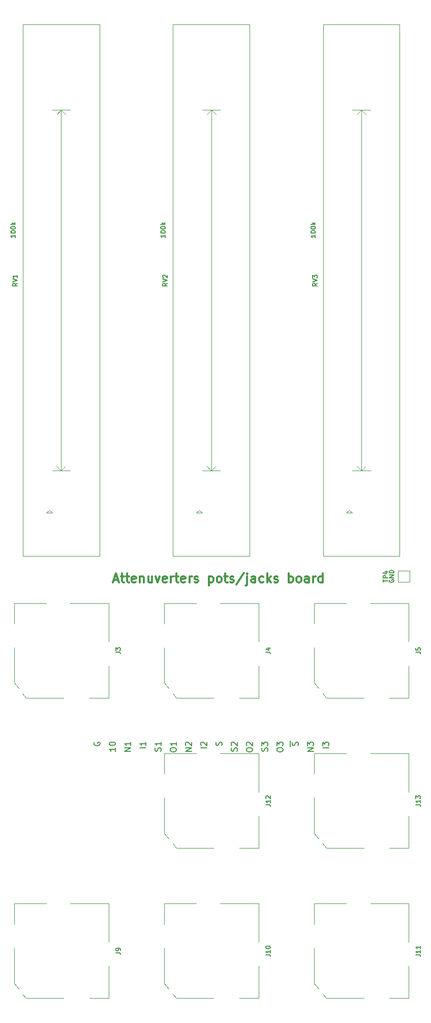
<source format=gto>
G04 #@! TF.GenerationSoftware,KiCad,Pcbnew,6.0.2-378541a8eb~116~ubuntu20.04.1*
G04 #@! TF.CreationDate,2022-03-12T17:00:33-05:00*
G04 #@! TF.ProjectId,attenuverters_b2,61747465-6e75-4766-9572-746572735f62,rev?*
G04 #@! TF.SameCoordinates,Original*
G04 #@! TF.FileFunction,Legend,Top*
G04 #@! TF.FilePolarity,Positive*
%FSLAX46Y46*%
G04 Gerber Fmt 4.6, Leading zero omitted, Abs format (unit mm)*
G04 Created by KiCad (PCBNEW 6.0.2-378541a8eb~116~ubuntu20.04.1) date 2022-03-12 17:00:33*
%MOMM*%
%LPD*%
G01*
G04 APERTURE LIST*
%ADD10C,0.150000*%
%ADD11C,0.300000*%
%ADD12C,0.120000*%
G04 APERTURE END LIST*
D10*
X169552379Y-138692973D02*
X168552379Y-138692973D01*
X168552379Y-138312020D02*
X168552379Y-137692973D01*
X168933332Y-138026306D01*
X168933332Y-137883449D01*
X168980951Y-137788211D01*
X169028570Y-137740592D01*
X169123808Y-137692973D01*
X169361903Y-137692973D01*
X169457141Y-137740592D01*
X169504760Y-137788211D01*
X169552379Y-137883449D01*
X169552379Y-138169163D01*
X169504760Y-138264401D01*
X169457141Y-138312020D01*
X141564760Y-139216782D02*
X141612379Y-139073925D01*
X141612379Y-138835830D01*
X141564760Y-138740592D01*
X141517141Y-138692973D01*
X141421903Y-138645354D01*
X141326665Y-138645354D01*
X141231427Y-138692973D01*
X141183808Y-138740592D01*
X141136189Y-138835830D01*
X141088570Y-139026306D01*
X141040951Y-139121544D01*
X140993332Y-139169163D01*
X140898094Y-139216782D01*
X140802856Y-139216782D01*
X140707618Y-139169163D01*
X140659999Y-139121544D01*
X140612379Y-139026306D01*
X140612379Y-138788211D01*
X140659999Y-138645354D01*
X141612379Y-137692973D02*
X141612379Y-138264401D01*
X141612379Y-137978687D02*
X140612379Y-137978687D01*
X140755237Y-138073925D01*
X140850475Y-138169163D01*
X140898094Y-138264401D01*
X136532379Y-139264401D02*
X135532379Y-139264401D01*
X136532379Y-138692973D01*
X135532379Y-138692973D01*
X136532379Y-137692973D02*
X136532379Y-138264401D01*
X136532379Y-137978687D02*
X135532379Y-137978687D01*
X135675237Y-138073925D01*
X135770475Y-138169163D01*
X135818094Y-138264401D01*
D11*
X133771427Y-110689997D02*
X134485713Y-110689997D01*
X133628570Y-111118568D02*
X134128570Y-109618568D01*
X134628570Y-111118568D01*
X134914284Y-110118568D02*
X135485713Y-110118568D01*
X135128570Y-109618568D02*
X135128570Y-110904282D01*
X135199999Y-111047139D01*
X135342856Y-111118568D01*
X135485713Y-111118568D01*
X135771427Y-110118568D02*
X136342856Y-110118568D01*
X135985713Y-109618568D02*
X135985713Y-110904282D01*
X136057141Y-111047139D01*
X136199999Y-111118568D01*
X136342856Y-111118568D01*
X137414284Y-111047139D02*
X137271427Y-111118568D01*
X136985713Y-111118568D01*
X136842856Y-111047139D01*
X136771427Y-110904282D01*
X136771427Y-110332854D01*
X136842856Y-110189997D01*
X136985713Y-110118568D01*
X137271427Y-110118568D01*
X137414284Y-110189997D01*
X137485713Y-110332854D01*
X137485713Y-110475711D01*
X136771427Y-110618568D01*
X138128570Y-110118568D02*
X138128570Y-111118568D01*
X138128570Y-110261425D02*
X138199999Y-110189997D01*
X138342856Y-110118568D01*
X138557141Y-110118568D01*
X138699999Y-110189997D01*
X138771427Y-110332854D01*
X138771427Y-111118568D01*
X140128570Y-110118568D02*
X140128570Y-111118568D01*
X139485713Y-110118568D02*
X139485713Y-110904282D01*
X139557141Y-111047139D01*
X139699999Y-111118568D01*
X139914284Y-111118568D01*
X140057141Y-111047139D01*
X140128570Y-110975711D01*
X140699999Y-110118568D02*
X141057141Y-111118568D01*
X141414284Y-110118568D01*
X142557141Y-111047139D02*
X142414284Y-111118568D01*
X142128570Y-111118568D01*
X141985713Y-111047139D01*
X141914284Y-110904282D01*
X141914284Y-110332854D01*
X141985713Y-110189997D01*
X142128570Y-110118568D01*
X142414284Y-110118568D01*
X142557141Y-110189997D01*
X142628570Y-110332854D01*
X142628570Y-110475711D01*
X141914284Y-110618568D01*
X143271427Y-111118568D02*
X143271427Y-110118568D01*
X143271427Y-110404282D02*
X143342856Y-110261425D01*
X143414284Y-110189997D01*
X143557141Y-110118568D01*
X143699999Y-110118568D01*
X143985713Y-110118568D02*
X144557141Y-110118568D01*
X144199999Y-109618568D02*
X144199999Y-110904282D01*
X144271427Y-111047139D01*
X144414284Y-111118568D01*
X144557141Y-111118568D01*
X145628570Y-111047139D02*
X145485713Y-111118568D01*
X145199999Y-111118568D01*
X145057141Y-111047139D01*
X144985713Y-110904282D01*
X144985713Y-110332854D01*
X145057141Y-110189997D01*
X145199999Y-110118568D01*
X145485713Y-110118568D01*
X145628570Y-110189997D01*
X145699999Y-110332854D01*
X145699999Y-110475711D01*
X144985713Y-110618568D01*
X146342856Y-111118568D02*
X146342856Y-110118568D01*
X146342856Y-110404282D02*
X146414284Y-110261425D01*
X146485713Y-110189997D01*
X146628570Y-110118568D01*
X146771427Y-110118568D01*
X147199999Y-111047139D02*
X147342856Y-111118568D01*
X147628570Y-111118568D01*
X147771427Y-111047139D01*
X147842856Y-110904282D01*
X147842856Y-110832854D01*
X147771427Y-110689997D01*
X147628570Y-110618568D01*
X147414284Y-110618568D01*
X147271427Y-110547139D01*
X147199999Y-110404282D01*
X147199999Y-110332854D01*
X147271427Y-110189997D01*
X147414284Y-110118568D01*
X147628570Y-110118568D01*
X147771427Y-110189997D01*
X149628570Y-110118568D02*
X149628570Y-111618568D01*
X149628570Y-110189997D02*
X149771427Y-110118568D01*
X150057141Y-110118568D01*
X150199999Y-110189997D01*
X150271427Y-110261425D01*
X150342856Y-110404282D01*
X150342856Y-110832854D01*
X150271427Y-110975711D01*
X150199999Y-111047139D01*
X150057141Y-111118568D01*
X149771427Y-111118568D01*
X149628570Y-111047139D01*
X151199999Y-111118568D02*
X151057141Y-111047139D01*
X150985713Y-110975711D01*
X150914284Y-110832854D01*
X150914284Y-110404282D01*
X150985713Y-110261425D01*
X151057141Y-110189997D01*
X151199999Y-110118568D01*
X151414284Y-110118568D01*
X151557141Y-110189997D01*
X151628570Y-110261425D01*
X151699999Y-110404282D01*
X151699999Y-110832854D01*
X151628570Y-110975711D01*
X151557141Y-111047139D01*
X151414284Y-111118568D01*
X151199999Y-111118568D01*
X152128570Y-110118568D02*
X152699999Y-110118568D01*
X152342856Y-109618568D02*
X152342856Y-110904282D01*
X152414284Y-111047139D01*
X152557141Y-111118568D01*
X152699999Y-111118568D01*
X153128570Y-111047139D02*
X153271427Y-111118568D01*
X153557141Y-111118568D01*
X153699999Y-111047139D01*
X153771427Y-110904282D01*
X153771427Y-110832854D01*
X153699999Y-110689997D01*
X153557141Y-110618568D01*
X153342856Y-110618568D01*
X153199999Y-110547139D01*
X153128570Y-110404282D01*
X153128570Y-110332854D01*
X153199999Y-110189997D01*
X153342856Y-110118568D01*
X153557141Y-110118568D01*
X153699999Y-110189997D01*
X155485713Y-109547139D02*
X154199999Y-111475711D01*
X155985713Y-110118568D02*
X155985713Y-111404282D01*
X155914284Y-111547139D01*
X155771427Y-111618568D01*
X155699999Y-111618568D01*
X155985713Y-109618568D02*
X155914284Y-109689997D01*
X155985713Y-109761425D01*
X156057141Y-109689997D01*
X155985713Y-109618568D01*
X155985713Y-109761425D01*
X157342856Y-111118568D02*
X157342856Y-110332854D01*
X157271427Y-110189997D01*
X157128570Y-110118568D01*
X156842856Y-110118568D01*
X156699999Y-110189997D01*
X157342856Y-111047139D02*
X157199999Y-111118568D01*
X156842856Y-111118568D01*
X156699999Y-111047139D01*
X156628570Y-110904282D01*
X156628570Y-110761425D01*
X156699999Y-110618568D01*
X156842856Y-110547139D01*
X157199999Y-110547139D01*
X157342856Y-110475711D01*
X158699999Y-111047139D02*
X158557141Y-111118568D01*
X158271427Y-111118568D01*
X158128570Y-111047139D01*
X158057141Y-110975711D01*
X157985713Y-110832854D01*
X157985713Y-110404282D01*
X158057141Y-110261425D01*
X158128570Y-110189997D01*
X158271427Y-110118568D01*
X158557141Y-110118568D01*
X158699999Y-110189997D01*
X159342856Y-111118568D02*
X159342856Y-109618568D01*
X159485713Y-110547139D02*
X159914284Y-111118568D01*
X159914284Y-110118568D02*
X159342856Y-110689997D01*
X160485713Y-111047139D02*
X160628570Y-111118568D01*
X160914284Y-111118568D01*
X161057141Y-111047139D01*
X161128570Y-110904282D01*
X161128570Y-110832854D01*
X161057141Y-110689997D01*
X160914284Y-110618568D01*
X160699999Y-110618568D01*
X160557141Y-110547139D01*
X160485713Y-110404282D01*
X160485713Y-110332854D01*
X160557141Y-110189997D01*
X160699999Y-110118568D01*
X160914284Y-110118568D01*
X161057141Y-110189997D01*
X162914284Y-111118568D02*
X162914284Y-109618568D01*
X162914284Y-110189997D02*
X163057141Y-110118568D01*
X163342856Y-110118568D01*
X163485713Y-110189997D01*
X163557141Y-110261425D01*
X163628570Y-110404282D01*
X163628570Y-110832854D01*
X163557141Y-110975711D01*
X163485713Y-111047139D01*
X163342856Y-111118568D01*
X163057141Y-111118568D01*
X162914284Y-111047139D01*
X164485713Y-111118568D02*
X164342856Y-111047139D01*
X164271427Y-110975711D01*
X164199999Y-110832854D01*
X164199999Y-110404282D01*
X164271427Y-110261425D01*
X164342856Y-110189997D01*
X164485713Y-110118568D01*
X164699999Y-110118568D01*
X164842856Y-110189997D01*
X164914284Y-110261425D01*
X164985713Y-110404282D01*
X164985713Y-110832854D01*
X164914284Y-110975711D01*
X164842856Y-111047139D01*
X164699999Y-111118568D01*
X164485713Y-111118568D01*
X166271427Y-111118568D02*
X166271427Y-110332854D01*
X166199999Y-110189997D01*
X166057141Y-110118568D01*
X165771427Y-110118568D01*
X165628570Y-110189997D01*
X166271427Y-111047139D02*
X166128570Y-111118568D01*
X165771427Y-111118568D01*
X165628570Y-111047139D01*
X165557141Y-110904282D01*
X165557141Y-110761425D01*
X165628570Y-110618568D01*
X165771427Y-110547139D01*
X166128570Y-110547139D01*
X166271427Y-110475711D01*
X166985713Y-111118568D02*
X166985713Y-110118568D01*
X166985713Y-110404282D02*
X167057141Y-110261425D01*
X167128570Y-110189997D01*
X167271427Y-110118568D01*
X167414284Y-110118568D01*
X168557141Y-111118568D02*
X168557141Y-109618568D01*
X168557141Y-111047139D02*
X168414284Y-111118568D01*
X168128570Y-111118568D01*
X167985713Y-111047139D01*
X167914284Y-110975711D01*
X167842856Y-110832854D01*
X167842856Y-110404282D01*
X167914284Y-110261425D01*
X167985713Y-110189997D01*
X168128570Y-110118568D01*
X168414284Y-110118568D01*
X168557141Y-110189997D01*
D10*
X154264760Y-139216782D02*
X154312379Y-139073925D01*
X154312379Y-138835830D01*
X154264760Y-138740592D01*
X154217141Y-138692973D01*
X154121903Y-138645354D01*
X154026665Y-138645354D01*
X153931427Y-138692973D01*
X153883808Y-138740592D01*
X153836189Y-138835830D01*
X153788570Y-139026306D01*
X153740951Y-139121544D01*
X153693332Y-139169163D01*
X153598094Y-139216782D01*
X153502856Y-139216782D01*
X153407618Y-139169163D01*
X153359999Y-139121544D01*
X153312379Y-139026306D01*
X153312379Y-138788211D01*
X153359999Y-138645354D01*
X153407618Y-138264401D02*
X153359999Y-138216782D01*
X153312379Y-138121544D01*
X153312379Y-137883449D01*
X153359999Y-137788211D01*
X153407618Y-137740592D01*
X153502856Y-137692973D01*
X153598094Y-137692973D01*
X153740951Y-137740592D01*
X154312379Y-138312020D01*
X154312379Y-137692973D01*
X143152379Y-139073925D02*
X143152379Y-138883449D01*
X143199999Y-138788211D01*
X143295237Y-138692973D01*
X143485713Y-138645354D01*
X143819046Y-138645354D01*
X144009522Y-138692973D01*
X144104760Y-138788211D01*
X144152379Y-138883449D01*
X144152379Y-139073925D01*
X144104760Y-139169163D01*
X144009522Y-139264401D01*
X143819046Y-139312020D01*
X143485713Y-139312020D01*
X143295237Y-139264401D01*
X143199999Y-139169163D01*
X143152379Y-139073925D01*
X144152379Y-137692973D02*
X144152379Y-138264401D01*
X144152379Y-137978687D02*
X143152379Y-137978687D01*
X143295237Y-138073925D01*
X143390475Y-138169163D01*
X143438094Y-138264401D01*
X149232379Y-138692973D02*
X148232379Y-138692973D01*
X148327618Y-138264401D02*
X148279999Y-138216782D01*
X148232379Y-138121544D01*
X148232379Y-137883449D01*
X148279999Y-137788211D01*
X148327618Y-137740592D01*
X148422856Y-137692973D01*
X148518094Y-137692973D01*
X148660951Y-137740592D01*
X149232379Y-138312020D01*
X149232379Y-137692973D01*
X151724760Y-138264401D02*
X151772379Y-138121544D01*
X151772379Y-137883449D01*
X151724760Y-137788211D01*
X151677141Y-137740592D01*
X151581903Y-137692973D01*
X151486665Y-137692973D01*
X151391427Y-137740592D01*
X151343808Y-137788211D01*
X151296189Y-137883449D01*
X151248570Y-138073925D01*
X151200951Y-138169163D01*
X151153332Y-138216782D01*
X151058094Y-138264401D01*
X150962856Y-138264401D01*
X150867618Y-138216782D01*
X150819999Y-138169163D01*
X150772379Y-138073925D01*
X150772379Y-137835830D01*
X150819999Y-137692973D01*
X130499999Y-137740592D02*
X130452379Y-137835830D01*
X130452379Y-137978687D01*
X130499999Y-138121544D01*
X130595237Y-138216782D01*
X130690475Y-138264401D01*
X130880951Y-138312020D01*
X131023808Y-138312020D01*
X131214284Y-138264401D01*
X131309522Y-138216782D01*
X131404760Y-138121544D01*
X131452379Y-137978687D01*
X131452379Y-137883449D01*
X131404760Y-137740592D01*
X131357141Y-137692973D01*
X131023808Y-137692973D01*
X131023808Y-137883449D01*
X159344760Y-139216782D02*
X159392379Y-139073925D01*
X159392379Y-138835830D01*
X159344760Y-138740592D01*
X159297141Y-138692973D01*
X159201903Y-138645354D01*
X159106665Y-138645354D01*
X159011427Y-138692973D01*
X158963808Y-138740592D01*
X158916189Y-138835830D01*
X158868570Y-139026306D01*
X158820951Y-139121544D01*
X158773332Y-139169163D01*
X158678094Y-139216782D01*
X158582856Y-139216782D01*
X158487618Y-139169163D01*
X158439999Y-139121544D01*
X158392379Y-139026306D01*
X158392379Y-138788211D01*
X158439999Y-138645354D01*
X158392379Y-138312020D02*
X158392379Y-137692973D01*
X158773332Y-138026306D01*
X158773332Y-137883449D01*
X158820951Y-137788211D01*
X158868570Y-137740592D01*
X158963808Y-137692973D01*
X159201903Y-137692973D01*
X159297141Y-137740592D01*
X159344760Y-137788211D01*
X159392379Y-137883449D01*
X159392379Y-138169163D01*
X159344760Y-138264401D01*
X159297141Y-138312020D01*
X167012379Y-139264401D02*
X166012379Y-139264401D01*
X167012379Y-138692973D01*
X166012379Y-138692973D01*
X166012379Y-138312020D02*
X166012379Y-137692973D01*
X166393332Y-138026306D01*
X166393332Y-137883449D01*
X166440951Y-137788211D01*
X166488570Y-137740592D01*
X166583808Y-137692973D01*
X166821903Y-137692973D01*
X166917141Y-137740592D01*
X166964760Y-137788211D01*
X167012379Y-137883449D01*
X167012379Y-138169163D01*
X166964760Y-138264401D01*
X166917141Y-138312020D01*
X163189999Y-138454877D02*
X163189999Y-137502497D01*
X164424760Y-138264401D02*
X164472379Y-138121544D01*
X164472379Y-137883449D01*
X164424760Y-137788211D01*
X164377141Y-137740592D01*
X164281903Y-137692973D01*
X164186665Y-137692973D01*
X164091427Y-137740592D01*
X164043808Y-137788211D01*
X163996189Y-137883449D01*
X163948570Y-138073925D01*
X163900951Y-138169163D01*
X163853332Y-138216782D01*
X163758094Y-138264401D01*
X163662856Y-138264401D01*
X163567618Y-138216782D01*
X163519999Y-138169163D01*
X163472379Y-138073925D01*
X163472379Y-137835830D01*
X163519999Y-137692973D01*
X160932379Y-139073925D02*
X160932379Y-138883449D01*
X160979999Y-138788211D01*
X161075237Y-138692973D01*
X161265713Y-138645354D01*
X161599046Y-138645354D01*
X161789522Y-138692973D01*
X161884760Y-138788211D01*
X161932379Y-138883449D01*
X161932379Y-139073925D01*
X161884760Y-139169163D01*
X161789522Y-139264401D01*
X161599046Y-139312020D01*
X161265713Y-139312020D01*
X161075237Y-139264401D01*
X160979999Y-139169163D01*
X160932379Y-139073925D01*
X160932379Y-138312020D02*
X160932379Y-137692973D01*
X161313332Y-138026306D01*
X161313332Y-137883449D01*
X161360951Y-137788211D01*
X161408570Y-137740592D01*
X161503808Y-137692973D01*
X161741903Y-137692973D01*
X161837141Y-137740592D01*
X161884760Y-137788211D01*
X161932379Y-137883449D01*
X161932379Y-138169163D01*
X161884760Y-138264401D01*
X161837141Y-138312020D01*
X133992379Y-138645354D02*
X133992379Y-139216782D01*
X133992379Y-138931068D02*
X132992379Y-138931068D01*
X133135237Y-139026306D01*
X133230475Y-139121544D01*
X133278094Y-139216782D01*
X132992379Y-138026306D02*
X132992379Y-137931068D01*
X133039999Y-137835830D01*
X133087618Y-137788211D01*
X133182856Y-137740592D01*
X133373332Y-137692973D01*
X133611427Y-137692973D01*
X133801903Y-137740592D01*
X133897141Y-137788211D01*
X133944760Y-137835830D01*
X133992379Y-137931068D01*
X133992379Y-138026306D01*
X133944760Y-138121544D01*
X133897141Y-138169163D01*
X133801903Y-138216782D01*
X133611427Y-138264401D01*
X133373332Y-138264401D01*
X133182856Y-138216782D01*
X133087618Y-138169163D01*
X133039999Y-138121544D01*
X132992379Y-138026306D01*
X139072379Y-138692973D02*
X138072379Y-138692973D01*
X139072379Y-137692973D02*
X139072379Y-138264401D01*
X139072379Y-137978687D02*
X138072379Y-137978687D01*
X138215237Y-138073925D01*
X138310475Y-138169163D01*
X138358094Y-138264401D01*
X146692379Y-139264401D02*
X145692379Y-139264401D01*
X146692379Y-138692973D01*
X145692379Y-138692973D01*
X145787618Y-138264401D02*
X145739999Y-138216782D01*
X145692379Y-138121544D01*
X145692379Y-137883449D01*
X145739999Y-137788211D01*
X145787618Y-137740592D01*
X145882856Y-137692973D01*
X145978094Y-137692973D01*
X146120951Y-137740592D01*
X146692379Y-138312020D01*
X146692379Y-137692973D01*
X155852379Y-139073925D02*
X155852379Y-138883449D01*
X155899999Y-138788211D01*
X155995237Y-138692973D01*
X156185713Y-138645354D01*
X156519046Y-138645354D01*
X156709522Y-138692973D01*
X156804760Y-138788211D01*
X156852379Y-138883449D01*
X156852379Y-139073925D01*
X156804760Y-139169163D01*
X156709522Y-139264401D01*
X156519046Y-139312020D01*
X156185713Y-139312020D01*
X155995237Y-139264401D01*
X155899999Y-139169163D01*
X155852379Y-139073925D01*
X155947618Y-138264401D02*
X155899999Y-138216782D01*
X155852379Y-138121544D01*
X155852379Y-137883449D01*
X155899999Y-137788211D01*
X155947618Y-137740592D01*
X156042856Y-137692973D01*
X156138094Y-137692973D01*
X156280951Y-137740592D01*
X156852379Y-138312020D01*
X156852379Y-137692973D01*
G04 #@! TO.C,RV2*
X142659284Y-61326425D02*
X142302141Y-61576425D01*
X142659284Y-61754997D02*
X141909284Y-61754997D01*
X141909284Y-61469282D01*
X141944999Y-61397854D01*
X141980713Y-61362139D01*
X142052141Y-61326425D01*
X142159284Y-61326425D01*
X142230713Y-61362139D01*
X142266427Y-61397854D01*
X142302141Y-61469282D01*
X142302141Y-61754997D01*
X141909284Y-61112139D02*
X142659284Y-60862139D01*
X141909284Y-60612139D01*
X141980713Y-60397854D02*
X141944999Y-60362139D01*
X141909284Y-60290711D01*
X141909284Y-60112139D01*
X141944999Y-60040711D01*
X141980713Y-60004997D01*
X142052141Y-59969282D01*
X142123570Y-59969282D01*
X142230713Y-60004997D01*
X142659284Y-60433568D01*
X142659284Y-59969282D01*
X142339284Y-53303568D02*
X142339284Y-53732139D01*
X142339284Y-53517854D02*
X141589284Y-53517854D01*
X141696427Y-53589282D01*
X141767856Y-53660711D01*
X141803570Y-53732139D01*
X141589284Y-52839282D02*
X141589284Y-52767854D01*
X141624999Y-52696425D01*
X141660713Y-52660711D01*
X141732141Y-52624997D01*
X141874999Y-52589282D01*
X142053570Y-52589282D01*
X142196427Y-52624997D01*
X142267856Y-52660711D01*
X142303570Y-52696425D01*
X142339284Y-52767854D01*
X142339284Y-52839282D01*
X142303570Y-52910711D01*
X142267856Y-52946425D01*
X142196427Y-52982139D01*
X142053570Y-53017854D01*
X141874999Y-53017854D01*
X141732141Y-52982139D01*
X141660713Y-52946425D01*
X141624999Y-52910711D01*
X141589284Y-52839282D01*
X141589284Y-52124997D02*
X141589284Y-52053568D01*
X141624999Y-51982139D01*
X141660713Y-51946425D01*
X141732141Y-51910711D01*
X141874999Y-51874997D01*
X142053570Y-51874997D01*
X142196427Y-51910711D01*
X142267856Y-51946425D01*
X142303570Y-51982139D01*
X142339284Y-52053568D01*
X142339284Y-52124997D01*
X142303570Y-52196425D01*
X142267856Y-52232139D01*
X142196427Y-52267854D01*
X142053570Y-52303568D01*
X141874999Y-52303568D01*
X141732141Y-52267854D01*
X141660713Y-52232139D01*
X141624999Y-52196425D01*
X141589284Y-52124997D01*
X142339284Y-51553568D02*
X141589284Y-51553568D01*
X142053570Y-51482139D02*
X142339284Y-51267854D01*
X141839284Y-51267854D02*
X142124999Y-51553568D01*
G04 #@! TO.C,RV1*
X117659284Y-61326425D02*
X117302141Y-61576425D01*
X117659284Y-61754997D02*
X116909284Y-61754997D01*
X116909284Y-61469282D01*
X116944999Y-61397854D01*
X116980713Y-61362139D01*
X117052141Y-61326425D01*
X117159284Y-61326425D01*
X117230713Y-61362139D01*
X117266427Y-61397854D01*
X117302141Y-61469282D01*
X117302141Y-61754997D01*
X116909284Y-61112139D02*
X117659284Y-60862139D01*
X116909284Y-60612139D01*
X117659284Y-59969282D02*
X117659284Y-60397854D01*
X117659284Y-60183568D02*
X116909284Y-60183568D01*
X117016427Y-60254997D01*
X117087856Y-60326425D01*
X117123570Y-60397854D01*
X117339284Y-53303568D02*
X117339284Y-53732139D01*
X117339284Y-53517854D02*
X116589284Y-53517854D01*
X116696427Y-53589282D01*
X116767856Y-53660711D01*
X116803570Y-53732139D01*
X116589284Y-52839282D02*
X116589284Y-52767854D01*
X116624999Y-52696425D01*
X116660713Y-52660711D01*
X116732141Y-52624997D01*
X116874999Y-52589282D01*
X117053570Y-52589282D01*
X117196427Y-52624997D01*
X117267856Y-52660711D01*
X117303570Y-52696425D01*
X117339284Y-52767854D01*
X117339284Y-52839282D01*
X117303570Y-52910711D01*
X117267856Y-52946425D01*
X117196427Y-52982139D01*
X117053570Y-53017854D01*
X116874999Y-53017854D01*
X116732141Y-52982139D01*
X116660713Y-52946425D01*
X116624999Y-52910711D01*
X116589284Y-52839282D01*
X116589284Y-52124997D02*
X116589284Y-52053568D01*
X116624999Y-51982139D01*
X116660713Y-51946425D01*
X116732141Y-51910711D01*
X116874999Y-51874997D01*
X117053570Y-51874997D01*
X117196427Y-51910711D01*
X117267856Y-51946425D01*
X117303570Y-51982139D01*
X117339284Y-52053568D01*
X117339284Y-52124997D01*
X117303570Y-52196425D01*
X117267856Y-52232139D01*
X117196427Y-52267854D01*
X117053570Y-52303568D01*
X116874999Y-52303568D01*
X116732141Y-52267854D01*
X116660713Y-52232139D01*
X116624999Y-52196425D01*
X116589284Y-52124997D01*
X117339284Y-51553568D02*
X116589284Y-51553568D01*
X117053570Y-51482139D02*
X117339284Y-51267854D01*
X116839284Y-51267854D02*
X117124999Y-51553568D01*
G04 #@! TO.C,J13*
X184089284Y-148107139D02*
X184624999Y-148107139D01*
X184732141Y-148142854D01*
X184803570Y-148214282D01*
X184839284Y-148321425D01*
X184839284Y-148392854D01*
X184839284Y-147357139D02*
X184839284Y-147785711D01*
X184839284Y-147571425D02*
X184089284Y-147571425D01*
X184196427Y-147642854D01*
X184267856Y-147714282D01*
X184303570Y-147785711D01*
X184089284Y-147107139D02*
X184089284Y-146642854D01*
X184374999Y-146892854D01*
X184374999Y-146785711D01*
X184410713Y-146714282D01*
X184446427Y-146678568D01*
X184517856Y-146642854D01*
X184696427Y-146642854D01*
X184767856Y-146678568D01*
X184803570Y-146714282D01*
X184839284Y-146785711D01*
X184839284Y-146999997D01*
X184803570Y-147071425D01*
X184767856Y-147107139D01*
G04 #@! TO.C,J12*
X159089284Y-148107139D02*
X159624999Y-148107139D01*
X159732141Y-148142854D01*
X159803570Y-148214282D01*
X159839284Y-148321425D01*
X159839284Y-148392854D01*
X159839284Y-147357139D02*
X159839284Y-147785711D01*
X159839284Y-147571425D02*
X159089284Y-147571425D01*
X159196427Y-147642854D01*
X159267856Y-147714282D01*
X159303570Y-147785711D01*
X159160713Y-147071425D02*
X159124999Y-147035711D01*
X159089284Y-146964282D01*
X159089284Y-146785711D01*
X159124999Y-146714282D01*
X159160713Y-146678568D01*
X159232141Y-146642854D01*
X159303570Y-146642854D01*
X159410713Y-146678568D01*
X159839284Y-147107139D01*
X159839284Y-146642854D01*
G04 #@! TO.C,TP4*
X178621284Y-111076425D02*
X178621284Y-110647854D01*
X179371284Y-110862139D02*
X178621284Y-110862139D01*
X179371284Y-110397854D02*
X178621284Y-110397854D01*
X178621284Y-110112139D01*
X178656999Y-110040711D01*
X178692713Y-110004997D01*
X178764141Y-109969282D01*
X178871284Y-109969282D01*
X178942713Y-110004997D01*
X178978427Y-110040711D01*
X179014141Y-110112139D01*
X179014141Y-110397854D01*
X178871284Y-109326425D02*
X179371284Y-109326425D01*
X178585570Y-109504997D02*
X179121284Y-109683568D01*
X179121284Y-109219282D01*
X179672999Y-110701425D02*
X179637284Y-110772854D01*
X179637284Y-110879997D01*
X179672999Y-110987139D01*
X179744427Y-111058568D01*
X179815856Y-111094282D01*
X179958713Y-111129997D01*
X180065856Y-111129997D01*
X180208713Y-111094282D01*
X180280141Y-111058568D01*
X180351570Y-110987139D01*
X180387284Y-110879997D01*
X180387284Y-110808568D01*
X180351570Y-110701425D01*
X180315856Y-110665711D01*
X180065856Y-110665711D01*
X180065856Y-110808568D01*
X180387284Y-110344282D02*
X179637284Y-110344282D01*
X180387284Y-109915711D01*
X179637284Y-109915711D01*
X180387284Y-109558568D02*
X179637284Y-109558568D01*
X179637284Y-109379997D01*
X179672999Y-109272854D01*
X179744427Y-109201425D01*
X179815856Y-109165711D01*
X179958713Y-109129997D01*
X180065856Y-109129997D01*
X180208713Y-109165711D01*
X180280141Y-109201425D01*
X180351570Y-109272854D01*
X180387284Y-109379997D01*
X180387284Y-109558568D01*
G04 #@! TO.C,J3*
X134089284Y-122749997D02*
X134624999Y-122749997D01*
X134732141Y-122785711D01*
X134803570Y-122857139D01*
X134839284Y-122964282D01*
X134839284Y-123035711D01*
X134089284Y-122464282D02*
X134089284Y-121999997D01*
X134374999Y-122249997D01*
X134374999Y-122142854D01*
X134410713Y-122071425D01*
X134446427Y-122035711D01*
X134517856Y-121999997D01*
X134696427Y-121999997D01*
X134767856Y-122035711D01*
X134803570Y-122071425D01*
X134839284Y-122142854D01*
X134839284Y-122357139D01*
X134803570Y-122428568D01*
X134767856Y-122464282D01*
G04 #@! TO.C,J9*
X134089284Y-172749997D02*
X134624999Y-172749997D01*
X134732141Y-172785711D01*
X134803570Y-172857139D01*
X134839284Y-172964282D01*
X134839284Y-173035711D01*
X134839284Y-172357139D02*
X134839284Y-172214282D01*
X134803570Y-172142854D01*
X134767856Y-172107139D01*
X134660713Y-172035711D01*
X134517856Y-171999997D01*
X134232141Y-171999997D01*
X134160713Y-172035711D01*
X134124999Y-172071425D01*
X134089284Y-172142854D01*
X134089284Y-172285711D01*
X134124999Y-172357139D01*
X134160713Y-172392854D01*
X134232141Y-172428568D01*
X134410713Y-172428568D01*
X134482141Y-172392854D01*
X134517856Y-172357139D01*
X134553570Y-172285711D01*
X134553570Y-172142854D01*
X134517856Y-172071425D01*
X134482141Y-172035711D01*
X134410713Y-171999997D01*
G04 #@! TO.C,RV3*
X167659284Y-61326425D02*
X167302141Y-61576425D01*
X167659284Y-61754997D02*
X166909284Y-61754997D01*
X166909284Y-61469282D01*
X166944999Y-61397854D01*
X166980713Y-61362139D01*
X167052141Y-61326425D01*
X167159284Y-61326425D01*
X167230713Y-61362139D01*
X167266427Y-61397854D01*
X167302141Y-61469282D01*
X167302141Y-61754997D01*
X166909284Y-61112139D02*
X167659284Y-60862139D01*
X166909284Y-60612139D01*
X166909284Y-60433568D02*
X166909284Y-59969282D01*
X167194999Y-60219282D01*
X167194999Y-60112139D01*
X167230713Y-60040711D01*
X167266427Y-60004997D01*
X167337856Y-59969282D01*
X167516427Y-59969282D01*
X167587856Y-60004997D01*
X167623570Y-60040711D01*
X167659284Y-60112139D01*
X167659284Y-60326425D01*
X167623570Y-60397854D01*
X167587856Y-60433568D01*
X167339284Y-53303568D02*
X167339284Y-53732139D01*
X167339284Y-53517854D02*
X166589284Y-53517854D01*
X166696427Y-53589282D01*
X166767856Y-53660711D01*
X166803570Y-53732139D01*
X166589284Y-52839282D02*
X166589284Y-52767854D01*
X166624999Y-52696425D01*
X166660713Y-52660711D01*
X166732141Y-52624997D01*
X166874999Y-52589282D01*
X167053570Y-52589282D01*
X167196427Y-52624997D01*
X167267856Y-52660711D01*
X167303570Y-52696425D01*
X167339284Y-52767854D01*
X167339284Y-52839282D01*
X167303570Y-52910711D01*
X167267856Y-52946425D01*
X167196427Y-52982139D01*
X167053570Y-53017854D01*
X166874999Y-53017854D01*
X166732141Y-52982139D01*
X166660713Y-52946425D01*
X166624999Y-52910711D01*
X166589284Y-52839282D01*
X166589284Y-52124997D02*
X166589284Y-52053568D01*
X166624999Y-51982139D01*
X166660713Y-51946425D01*
X166732141Y-51910711D01*
X166874999Y-51874997D01*
X167053570Y-51874997D01*
X167196427Y-51910711D01*
X167267856Y-51946425D01*
X167303570Y-51982139D01*
X167339284Y-52053568D01*
X167339284Y-52124997D01*
X167303570Y-52196425D01*
X167267856Y-52232139D01*
X167196427Y-52267854D01*
X167053570Y-52303568D01*
X166874999Y-52303568D01*
X166732141Y-52267854D01*
X166660713Y-52232139D01*
X166624999Y-52196425D01*
X166589284Y-52124997D01*
X167339284Y-51553568D02*
X166589284Y-51553568D01*
X167053570Y-51482139D02*
X167339284Y-51267854D01*
X166839284Y-51267854D02*
X167124999Y-51553568D01*
G04 #@! TO.C,J4*
X159089284Y-122749997D02*
X159624999Y-122749997D01*
X159732141Y-122785711D01*
X159803570Y-122857139D01*
X159839284Y-122964282D01*
X159839284Y-123035711D01*
X159339284Y-122071425D02*
X159839284Y-122071425D01*
X159053570Y-122249997D02*
X159589284Y-122428568D01*
X159589284Y-121964282D01*
G04 #@! TO.C,J10*
X159089284Y-173107139D02*
X159624999Y-173107139D01*
X159732141Y-173142854D01*
X159803570Y-173214282D01*
X159839284Y-173321425D01*
X159839284Y-173392854D01*
X159839284Y-172357139D02*
X159839284Y-172785711D01*
X159839284Y-172571425D02*
X159089284Y-172571425D01*
X159196427Y-172642854D01*
X159267856Y-172714282D01*
X159303570Y-172785711D01*
X159089284Y-171892854D02*
X159089284Y-171821425D01*
X159124999Y-171749997D01*
X159160713Y-171714282D01*
X159232141Y-171678568D01*
X159374999Y-171642854D01*
X159553570Y-171642854D01*
X159696427Y-171678568D01*
X159767856Y-171714282D01*
X159803570Y-171749997D01*
X159839284Y-171821425D01*
X159839284Y-171892854D01*
X159803570Y-171964282D01*
X159767856Y-171999997D01*
X159696427Y-172035711D01*
X159553570Y-172071425D01*
X159374999Y-172071425D01*
X159232141Y-172035711D01*
X159160713Y-171999997D01*
X159124999Y-171964282D01*
X159089284Y-171892854D01*
G04 #@! TO.C,J5*
X184089284Y-122749997D02*
X184624999Y-122749997D01*
X184732141Y-122785711D01*
X184803570Y-122857139D01*
X184839284Y-122964282D01*
X184839284Y-123035711D01*
X184089284Y-122035711D02*
X184089284Y-122392854D01*
X184446427Y-122428568D01*
X184410713Y-122392854D01*
X184374999Y-122321425D01*
X184374999Y-122142854D01*
X184410713Y-122071425D01*
X184446427Y-122035711D01*
X184517856Y-121999997D01*
X184696427Y-121999997D01*
X184767856Y-122035711D01*
X184803570Y-122071425D01*
X184839284Y-122142854D01*
X184839284Y-122321425D01*
X184803570Y-122392854D01*
X184767856Y-122428568D01*
G04 #@! TO.C,J11*
X184089284Y-173107139D02*
X184624999Y-173107139D01*
X184732141Y-173142854D01*
X184803570Y-173214282D01*
X184839284Y-173321425D01*
X184839284Y-173392854D01*
X184839284Y-172357139D02*
X184839284Y-172785711D01*
X184839284Y-172571425D02*
X184089284Y-172571425D01*
X184196427Y-172642854D01*
X184267856Y-172714282D01*
X184303570Y-172785711D01*
X184839284Y-171642854D02*
X184839284Y-172071425D01*
X184839284Y-171857139D02*
X184089284Y-171857139D01*
X184196427Y-171928568D01*
X184267856Y-171999997D01*
X184303570Y-172071425D01*
D12*
G04 #@! TO.C,RV2*
X149999999Y-32499997D02*
X150749999Y-33249997D01*
X147999999Y-99084997D02*
X147499999Y-99584997D01*
X143629999Y-106719997D02*
X143629999Y-18279997D01*
X149999999Y-92499997D02*
X149999999Y-32499997D01*
X148499999Y-99584997D02*
X147999999Y-99084997D01*
X147499999Y-99584997D02*
X148499999Y-99584997D01*
X149219999Y-91779997D02*
X149999999Y-92499997D01*
X148499999Y-32499997D02*
X151499999Y-32499997D01*
X149249999Y-33249997D02*
X149999999Y-32499997D01*
X148499999Y-92499997D02*
X151499999Y-92499997D01*
X156369999Y-106719997D02*
X156369999Y-18279997D01*
X149999999Y-92499997D02*
X150749999Y-91749997D01*
X143629999Y-106719997D02*
X156369999Y-106719997D01*
X143629999Y-18279997D02*
X156369999Y-18279997D01*
G04 #@! TO.C,RV1*
X118629999Y-106719997D02*
X118629999Y-18279997D01*
X123499999Y-32499997D02*
X126499999Y-32499997D01*
X124219999Y-91779997D02*
X124999999Y-92499997D01*
X124999999Y-92499997D02*
X124999999Y-32499997D01*
X118629999Y-106719997D02*
X131369999Y-106719997D01*
X118629999Y-18279997D02*
X131369999Y-18279997D01*
X122499999Y-99584997D02*
X123499999Y-99584997D01*
X122999999Y-99084997D02*
X122499999Y-99584997D01*
X123499999Y-99584997D02*
X122999999Y-99084997D01*
X124999999Y-32499997D02*
X125749999Y-33249997D01*
X123499999Y-92499997D02*
X126499999Y-92499997D01*
X124999999Y-92499997D02*
X125749999Y-91749997D01*
X131369999Y-106719997D02*
X131369999Y-18279997D01*
X124249999Y-33249997D02*
X124999999Y-32499997D01*
G04 #@! TO.C,J13*
X182899999Y-149999997D02*
X182899999Y-155349997D01*
X167909999Y-153789997D02*
X167149999Y-152849997D01*
X167149999Y-139599997D02*
X172499999Y-139599997D01*
X167149999Y-142999997D02*
X167149999Y-139599997D01*
X169149999Y-155349997D02*
X168559999Y-154609997D01*
X182899999Y-139599997D02*
X182899999Y-145999997D01*
X176499999Y-139599997D02*
X182899999Y-139599997D01*
X182899999Y-155349997D02*
X179699999Y-155349997D01*
X169199999Y-155349997D02*
X169149999Y-155349997D01*
X175399999Y-155349997D02*
X169199999Y-155349997D01*
X167149999Y-152849997D02*
X167149999Y-146999997D01*
G04 #@! TO.C,J12*
X144199999Y-155349997D02*
X144149999Y-155349997D01*
X142149999Y-142999997D02*
X142149999Y-139599997D01*
X142149999Y-152849997D02*
X142149999Y-146999997D01*
X151499999Y-139599997D02*
X157899999Y-139599997D01*
X142149999Y-139599997D02*
X147499999Y-139599997D01*
X157899999Y-149999997D02*
X157899999Y-155349997D01*
X150399999Y-155349997D02*
X144199999Y-155349997D01*
X157899999Y-139599997D02*
X157899999Y-145999997D01*
X144149999Y-155349997D02*
X143559999Y-154609997D01*
X157899999Y-155349997D02*
X154699999Y-155349997D01*
X142909999Y-153789997D02*
X142149999Y-152849997D01*
G04 #@! TO.C,TP4*
X183029999Y-111079997D02*
X181129999Y-111079997D01*
X183029999Y-109179997D02*
X183029999Y-111079997D01*
X181129999Y-111079997D02*
X181129999Y-109179997D01*
X181129999Y-109179997D02*
X183029999Y-109179997D01*
G04 #@! TO.C,J3*
X132899999Y-124999997D02*
X132899999Y-130349997D01*
X125399999Y-130349997D02*
X119199999Y-130349997D01*
X126499999Y-114599997D02*
X132899999Y-114599997D01*
X132899999Y-114599997D02*
X132899999Y-120999997D01*
X117909999Y-128789997D02*
X117149999Y-127849997D01*
X132899999Y-130349997D02*
X129699999Y-130349997D01*
X117149999Y-114599997D02*
X122499999Y-114599997D01*
X119149999Y-130349997D02*
X118559999Y-129609997D01*
X119199999Y-130349997D02*
X119149999Y-130349997D01*
X117149999Y-127849997D02*
X117149999Y-121999997D01*
X117149999Y-117999997D02*
X117149999Y-114599997D01*
G04 #@! TO.C,J9*
X125399999Y-180349997D02*
X119199999Y-180349997D01*
X117149999Y-164599997D02*
X122499999Y-164599997D01*
X117149999Y-177849997D02*
X117149999Y-171999997D01*
X119199999Y-180349997D02*
X119149999Y-180349997D01*
X119149999Y-180349997D02*
X118559999Y-179609997D01*
X117909999Y-178789997D02*
X117149999Y-177849997D01*
X132899999Y-164599997D02*
X132899999Y-170999997D01*
X132899999Y-174999997D02*
X132899999Y-180349997D01*
X126499999Y-164599997D02*
X132899999Y-164599997D01*
X117149999Y-167999997D02*
X117149999Y-164599997D01*
X132899999Y-180349997D02*
X129699999Y-180349997D01*
G04 #@! TO.C,RV3*
X173499999Y-99584997D02*
X172999999Y-99084997D01*
X168629999Y-18279997D02*
X181369999Y-18279997D01*
X174219999Y-91779997D02*
X174999999Y-92499997D01*
X181369999Y-106719997D02*
X181369999Y-18279997D01*
X174999999Y-92499997D02*
X175749999Y-91749997D01*
X174999999Y-92499997D02*
X174999999Y-32499997D01*
X174249999Y-33249997D02*
X174999999Y-32499997D01*
X172999999Y-99084997D02*
X172499999Y-99584997D01*
X168629999Y-106719997D02*
X168629999Y-18279997D01*
X174999999Y-32499997D02*
X175749999Y-33249997D01*
X168629999Y-106719997D02*
X181369999Y-106719997D01*
X173499999Y-32499997D02*
X176499999Y-32499997D01*
X173499999Y-92499997D02*
X176499999Y-92499997D01*
X172499999Y-99584997D02*
X173499999Y-99584997D01*
G04 #@! TO.C,J4*
X150399999Y-130349997D02*
X144199999Y-130349997D01*
X157899999Y-124999997D02*
X157899999Y-130349997D01*
X157899999Y-114599997D02*
X157899999Y-120999997D01*
X144199999Y-130349997D02*
X144149999Y-130349997D01*
X142149999Y-127849997D02*
X142149999Y-121999997D01*
X142909999Y-128789997D02*
X142149999Y-127849997D01*
X142149999Y-117999997D02*
X142149999Y-114599997D01*
X157899999Y-130349997D02*
X154699999Y-130349997D01*
X144149999Y-130349997D02*
X143559999Y-129609997D01*
X142149999Y-114599997D02*
X147499999Y-114599997D01*
X151499999Y-114599997D02*
X157899999Y-114599997D01*
G04 #@! TO.C,J10*
X142149999Y-167999997D02*
X142149999Y-164599997D01*
X144149999Y-180349997D02*
X143559999Y-179609997D01*
X142149999Y-177849997D02*
X142149999Y-171999997D01*
X144199999Y-180349997D02*
X144149999Y-180349997D01*
X157899999Y-174999997D02*
X157899999Y-180349997D01*
X157899999Y-164599997D02*
X157899999Y-170999997D01*
X157899999Y-180349997D02*
X154699999Y-180349997D01*
X151499999Y-164599997D02*
X157899999Y-164599997D01*
X150399999Y-180349997D02*
X144199999Y-180349997D01*
X142909999Y-178789997D02*
X142149999Y-177849997D01*
X142149999Y-164599997D02*
X147499999Y-164599997D01*
G04 #@! TO.C,J5*
X167149999Y-127849997D02*
X167149999Y-121999997D01*
X175399999Y-130349997D02*
X169199999Y-130349997D01*
X167149999Y-114599997D02*
X172499999Y-114599997D01*
X169149999Y-130349997D02*
X168559999Y-129609997D01*
X176499999Y-114599997D02*
X182899999Y-114599997D01*
X167149999Y-117999997D02*
X167149999Y-114599997D01*
X167909999Y-128789997D02*
X167149999Y-127849997D01*
X182899999Y-114599997D02*
X182899999Y-120999997D01*
X182899999Y-124999997D02*
X182899999Y-130349997D01*
X169199999Y-130349997D02*
X169149999Y-130349997D01*
X182899999Y-130349997D02*
X179699999Y-130349997D01*
G04 #@! TO.C,J11*
X167149999Y-177849997D02*
X167149999Y-171999997D01*
X167149999Y-164599997D02*
X172499999Y-164599997D01*
X169149999Y-180349997D02*
X168559999Y-179609997D01*
X167909999Y-178789997D02*
X167149999Y-177849997D01*
X182899999Y-164599997D02*
X182899999Y-170999997D01*
X167149999Y-167999997D02*
X167149999Y-164599997D01*
X182899999Y-180349997D02*
X179699999Y-180349997D01*
X182899999Y-174999997D02*
X182899999Y-180349997D01*
X175399999Y-180349997D02*
X169199999Y-180349997D01*
X169199999Y-180349997D02*
X169149999Y-180349997D01*
X176499999Y-164599997D02*
X182899999Y-164599997D01*
G04 #@! TD*
M02*

</source>
